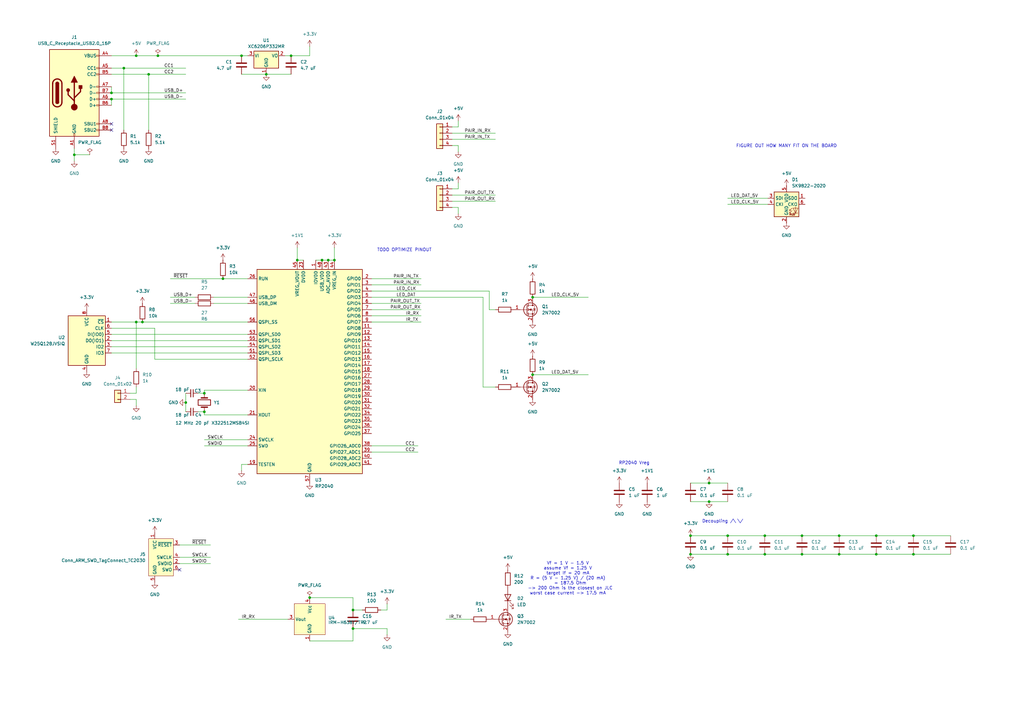
<source format=kicad_sch>
(kicad_sch (version 20231120) (generator "eeschema") (generator_version "8.0")
  (paper "A3")
  (lib_symbols
    (symbol "Connector:Conn_ARM_SWD_TagConnect_TC2030" (in_bom no)
      (property "Reference" "J" (at 2.54 11.43 0))
      (property "Value" "Conn_ARM_SWD_TagConnect_TC2030" (at 5.08 8.89 0))
      (symbol "Conn_ARM_SWD_TagConnect_TC2030_0_0"
        (pin power_in line (at -2.54 10.16 270) (length 2.54) (name "VCC") (number "1"))
        (pin bidirectional line (at 7.62 -2.54 180) (length 2.54) (name "SWDIO") (number "2"))
        (pin open_collector line (at 7.62 5.08 180) (length 2.54) (name "~{RESET}") (number "3"))
        (pin output line (at 7.62 0 180) (length 2.54) (name "SWCLK") (number "4"))
        (pin power_in line (at -2.54 -10.16 90) (length 2.54) (name "GND") (number "5"))
        (pin input line (at 7.62 -5.08 180) (length 2.54) (name "SWO") (number "6"))
      )
    )
    (symbol "Connector:USB_C_Receptacle_USB2.0_16P" (pin_names (offset 1.016))
      (property "Reference" "J" (at 0 22.225 0))
      (property "Value" "USB_C_Receptacle_USB2.0_16P" (at 0 19.685 0))
      (symbol "USB_C_Receptacle_USB2.0_16P_1_1"
        (pin passive line (at 0 -22.86 90) (length 5.08) (name "GND") (number "A1"))
        (pin passive line (at 0 -22.86 90) (length 5.08) hide (name "GND") (number "A12"))
        (pin passive line (at 15.24 15.24 180) (length 5.08) (name "VBUS") (number "A4"))
        (pin bidirectional line (at 15.24 10.16 180) (length 5.08) (name "CC1") (number "A5"))
        (pin bidirectional line (at 15.24 -2.54 180) (length 5.08) (name "D+") (number "A6"))
        (pin bidirectional line (at 15.24 2.54 180) (length 5.08) (name "D-") (number "A7"))
        (pin bidirectional line (at 15.24 -12.7 180) (length 5.08) (name "SBU1") (number "A8"))
        (pin passive line (at 15.24 15.24 180) (length 5.08) hide (name "VBUS") (number "A9"))
        (pin passive line (at 0 -22.86 90) (length 5.08) hide (name "GND") (number "B1"))
        (pin passive line (at 0 -22.86 90) (length 5.08) hide (name "GND") (number "B12"))
        (pin passive line (at 15.24 15.24 180) (length 5.08) hide (name "VBUS") (number "B4"))
        (pin bidirectional line (at 15.24 7.62 180) (length 5.08) (name "CC2") (number "B5"))
        (pin bidirectional line (at 15.24 -5.08 180) (length 5.08) (name "D+") (number "B6"))
        (pin bidirectional line (at 15.24 0 180) (length 5.08) (name "D-") (number "B7"))
        (pin bidirectional line (at 15.24 -15.24 180) (length 5.08) (name "SBU2") (number "B8"))
        (pin passive line (at 15.24 15.24 180) (length 5.08) hide (name "VBUS") (number "B9"))
        (pin passive line (at -7.62 -22.86 90) (length 5.08) (name "SHIELD") (number "S1"))
      )
    )
    (symbol "Connector_Generic:Conn_01x02" (pin_names (offset 1.016) hide)
      (property "Reference" "J" (at 0 2.54 0))
      (property "Value" "Conn_01x02" (at 0 -5.08 0))
      (symbol "Conn_01x02_1_1"
        (pin passive line (at -5.08 0 0) (length 3.81) (name "Pin_1") (number "1"))
        (pin passive line (at -5.08 -2.54 0) (length 3.81) (name "Pin_2") (number "2"))
      )
    )
    (symbol "Connector_Generic:Conn_01x04" (pin_names (offset 1.016) hide)
      (property "Reference" "J" (at 0 5.08 0))
      (property "Value" "Conn_01x04" (at 0 -7.62 0))
      (symbol "Conn_01x04_1_1"
        (pin passive line (at -5.08 2.54 0) (length 3.81) (name "Pin_1") (number "1"))
        (pin passive line (at -5.08 0 0) (length 3.81) (name "Pin_2") (number "2"))
        (pin passive line (at -5.08 -2.54 0) (length 3.81) (name "Pin_3") (number "3"))
        (pin passive line (at -5.08 -5.08 0) (length 3.81) (name "Pin_4") (number "4"))
      )
    )
    (symbol "Device:C" (pin_numbers hide) (pin_names (offset 0.254))
      (property "Reference" "C" (at 0.635 2.54 0))
      (property "Value" "C" (at 0.635 -2.54 0))
      (symbol "C_1_1"
        (pin passive line (at 0 3.81 270) (length 2.794) (name "~") (number "1"))
        (pin passive line (at 0 -3.81 90) (length 2.794) (name "~") (number "2"))
      )
    )
    (symbol "Device:C_Small" (pin_numbers hide) (pin_names (offset 0.254) hide)
      (property "Reference" "C" (at 0.254 1.778 0))
      (property "Value" "C_Small" (at 0.254 -2.032 0))
      (symbol "C_Small_1_1"
        (pin passive line (at 0 2.54 270) (length 2.032) (name "~") (number "1"))
        (pin passive line (at 0 -2.54 90) (length 2.032) (name "~") (number "2"))
      )
    )
    (symbol "Device:Crystal" (pin_numbers hide) (pin_names (offset 1.016) hide)
      (property "Reference" "Y" (at 0 3.81 0))
      (property "Value" "Crystal" (at 0 -3.81 0))
      (symbol "Crystal_1_1"
        (pin passive line (at -3.81 0 0) (length 1.27) (name "1") (number "1"))
        (pin passive line (at 3.81 0 180) (length 1.27) (name "2") (number "2"))
      )
    )
    (symbol "Device:LED" (pin_numbers hide) (pin_names (offset 1.016) hide)
      (property "Reference" "D" (at 0 2.54 0))
      (property "Value" "LED" (at 0 -2.54 0))
      (symbol "LED_1_1"
        (pin passive line (at -3.81 0 0) (length 2.54) (name "K") (number "1"))
        (pin passive line (at 3.81 0 180) (length 2.54) (name "A") (number "2"))
      )
    )
    (symbol "Device:R" (pin_numbers hide) (pin_names (offset 0))
      (property "Reference" "R" (at 2.032 0 90))
      (property "Value" "R" (at 0 0 90))
      (symbol "R_1_1"
        (pin passive line (at 0 3.81 270) (length 1.27) (name "~") (number "1"))
        (pin passive line (at 0 -3.81 90) (length 1.27) (name "~") (number "2"))
      )
    )
    (symbol "MCU_RaspberryPi:RP2040"
      (property "Reference" "U" (at 17.78 45.72 0))
      (property "Value" "RP2040" (at 17.78 43.18 0))
      (symbol "RP2040_1_1"
        (pin power_in line (at 2.54 45.72 270) (length 3.81) (name "IOVDD") (number "1"))
        (pin passive line (at 2.54 45.72 270) (length 3.81) hide (name "IOVDD") (number "10"))
        (pin bidirectional line (at 25.4 17.78 180) (length 3.81) (name "GPIO8") (number "11"))
        (pin bidirectional line (at 25.4 15.24 180) (length 3.81) (name "GPIO9") (number "12"))
        (pin bidirectional line (at 25.4 12.7 180) (length 3.81) (name "GPIO10") (number "13"))
        (pin bidirectional line (at 25.4 10.16 180) (length 3.81) (name "GPIO11") (number "14"))
        (pin bidirectional line (at 25.4 7.62 180) (length 3.81) (name "GPIO12") (number "15"))
        (pin bidirectional line (at 25.4 5.08 180) (length 3.81) (name "GPIO13") (number "16"))
        (pin bidirectional line (at 25.4 2.54 180) (length 3.81) (name "GPIO14") (number "17"))
        (pin bidirectional line (at 25.4 0 180) (length 3.81) (name "GPIO15") (number "18"))
        (pin input line (at -25.4 -38.1 0) (length 3.81) (name "TESTEN") (number "19"))
        (pin bidirectional line (at 25.4 38.1 180) (length 3.81) (name "GPIO0") (number "2"))
        (pin input line (at -25.4 -7.62 0) (length 3.81) (name "XIN") (number "20"))
        (pin passive line (at -25.4 -17.78 0) (length 3.81) (name "XOUT") (number "21"))
        (pin passive line (at 2.54 45.72 270) (length 3.81) hide (name "IOVDD") (number "22"))
        (pin power_in line (at -2.54 45.72 270) (length 3.81) (name "DVDD") (number "23"))
        (pin input line (at -25.4 -27.94 0) (length 3.81) (name "SWCLK") (number "24"))
        (pin bidirectional line (at -25.4 -30.48 0) (length 3.81) (name "SWD") (number "25"))
        (pin input line (at -25.4 38.1 0) (length 3.81) (name "RUN") (number "26"))
        (pin bidirectional line (at 25.4 -2.54 180) (length 3.81) (name "GPIO16") (number "27"))
        (pin bidirectional line (at 25.4 -5.08 180) (length 3.81) (name "GPIO17") (number "28"))
        (pin bidirectional line (at 25.4 -7.62 180) (length 3.81) (name "GPIO18") (number "29"))
        (pin bidirectional line (at 25.4 35.56 180) (length 3.81) (name "GPIO1") (number "3"))
        (pin bidirectional line (at 25.4 -10.16 180) (length 3.81) (name "GPIO19") (number "30"))
        (pin bidirectional line (at 25.4 -12.7 180) (length 3.81) (name "GPIO20") (number "31"))
        (pin bidirectional line (at 25.4 -15.24 180) (length 3.81) (name "GPIO21") (number "32"))
        (pin passive line (at 2.54 45.72 270) (length 3.81) hide (name "IOVDD") (number "33"))
        (pin bidirectional line (at 25.4 -17.78 180) (length 3.81) (name "GPIO22") (number "34"))
        (pin bidirectional line (at 25.4 -20.32 180) (length 3.81) (name "GPIO23") (number "35"))
        (pin bidirectional line (at 25.4 -22.86 180) (length 3.81) (name "GPIO24") (number "36"))
        (pin bidirectional line (at 25.4 -25.4 180) (length 3.81) (name "GPIO25") (number "37"))
        (pin bidirectional line (at 25.4 -30.48 180) (length 3.81) (name "GPIO26_ADC0") (number "38"))
        (pin bidirectional line (at 25.4 -33.02 180) (length 3.81) (name "GPIO27_ADC1") (number "39"))
        (pin bidirectional line (at 25.4 33.02 180) (length 3.81) (name "GPIO2") (number "4"))
        (pin bidirectional line (at 25.4 -35.56 180) (length 3.81) (name "GPIO28_ADC2") (number "40"))
        (pin bidirectional line (at 25.4 -38.1 180) (length 3.81) (name "GPIO29_ADC3") (number "41"))
        (pin passive line (at 2.54 45.72 270) (length 3.81) hide (name "IOVDD") (number "42"))
        (pin power_in line (at 7.62 45.72 270) (length 3.81) (name "ADC_AVDD") (number "43"))
        (pin power_in line (at 10.16 45.72 270) (length 3.81) (name "VREG_IN") (number "44"))
        (pin power_out line (at -5.08 45.72 270) (length 3.81) (name "VREG_VOUT") (number "45"))
        (pin bidirectional line (at -25.4 27.94 0) (length 3.81) (name "USB_DM") (number "46"))
        (pin bidirectional line (at -25.4 30.48 0) (length 3.81) (name "USB_DP") (number "47"))
        (pin power_in line (at 5.08 45.72 270) (length 3.81) (name "USB_VDD") (number "48"))
        (pin passive line (at 2.54 45.72 270) (length 3.81) hide (name "IOVDD") (number "49"))
        (pin bidirectional line (at 25.4 30.48 180) (length 3.81) (name "GPIO3") (number "5"))
        (pin passive line (at -2.54 45.72 270) (length 3.81) hide (name "DVDD") (number "50"))
        (pin bidirectional line (at -25.4 7.62 0) (length 3.81) (name "QSPI_SD3") (number "51"))
        (pin output line (at -25.4 5.08 0) (length 3.81) (name "QSPI_SCLK") (number "52"))
        (pin bidirectional line (at -25.4 15.24 0) (length 3.81) (name "QSPI_SD0") (number "53"))
        (pin bidirectional line (at -25.4 10.16 0) (length 3.81) (name "QSPI_SD2") (number "54"))
        (pin bidirectional line (at -25.4 12.7 0) (length 3.81) (name "QSPI_SD1") (number "55"))
        (pin bidirectional line (at -25.4 20.32 0) (length 3.81) (name "QSPI_SS") (number "56"))
        (pin power_in line (at 0 -45.72 90) (length 3.81) (name "GND") (number "57"))
        (pin bidirectional line (at 25.4 27.94 180) (length 3.81) (name "GPIO4") (number "6"))
        (pin bidirectional line (at 25.4 25.4 180) (length 3.81) (name "GPIO5") (number "7"))
        (pin bidirectional line (at 25.4 22.86 180) (length 3.81) (name "GPIO6") (number "8"))
        (pin bidirectional line (at 25.4 20.32 180) (length 3.81) (name "GPIO7") (number "9"))
      )
    )
    (symbol "Memory_Flash:W25Q128JVS"
      (property "Reference" "U" (at -8.89 8.89 0))
      (property "Value" "W25Q128JVS" (at 7.62 8.89 0))
      (symbol "W25Q128JVS_1_1"
        (pin input line (at -10.16 7.62 0) (length 2.54) (name "~{CS}") (number "1"))
        (pin bidirectional line (at -10.16 0 0) (length 2.54) (name "DO(IO1)") (number "2"))
        (pin bidirectional line (at -10.16 -2.54 0) (length 2.54) (name "IO2") (number "3"))
        (pin power_in line (at 0 -12.7 90) (length 2.54) (name "GND") (number "4"))
        (pin bidirectional line (at -10.16 2.54 0) (length 2.54) (name "DI(IO0)") (number "5"))
        (pin input line (at -10.16 5.08 0) (length 2.54) (name "CLK") (number "6"))
        (pin bidirectional line (at -10.16 -5.08 0) (length 2.54) (name "IO3") (number "7"))
        (pin power_in line (at 0 12.7 270) (length 2.54) (name "VCC") (number "8"))
      )
    )
    (symbol "Regulator_Linear:XC6206PxxxMR" (pin_names (offset 0.254))
      (property "Reference" "U" (at -3.81 3.175 0))
      (property "Value" "XC6206PxxxMR" (at 0 3.175 0))
      (symbol "XC6206PxxxMR_1_1"
        (pin power_in line (at 0 -7.62 90) (length 2.54) (name "GND") (number "1"))
        (pin power_out line (at 7.62 0 180) (length 2.54) (name "VO") (number "2"))
        (pin power_in line (at -7.62 0 0) (length 2.54) (name "VI") (number "3"))
      )
    )
    (symbol "Transistor_FET:2N7002" (pin_names hide)
      (property "Reference" "Q" (at 5.08 1.905 0))
      (property "Value" "2N7002" (at 5.08 0 0))
      (symbol "2N7002_1_1"
        (pin input line (at -5.08 0 0) (length 2.54) (name "G") (number "1"))
        (pin passive line (at 2.54 -5.08 90) (length 2.54) (name "S") (number "2"))
        (pin passive line (at 2.54 5.08 270) (length 2.54) (name "D") (number "3"))
      )
    )
    (symbol "custom_parts:IRM-H6xxT"
      (property "Reference" "U" (at -5.334 7.366 0))
      (symbol "IRM-H6xxT_1_1"
        (pin power_in line (at 0 -8.89 90) (length 2.54) (name "GND") (number "1"))
        (pin power_in line (at 0 -8.89 90) (length 2.54) hide (name "GND") (number "2"))
        (pin output line (at 8.89 0 180) (length 2.54) (name "Vout") (number "3"))
        (pin power_in line (at 0 8.89 270) (length 2.54) (name "Vcc") (number "4"))
      )
    )
    (symbol "custom_parts:SK9822-2020"
      (property "Reference" "D" (at 5.08 5.715 0))
      (property "Value" "SK9822-2020" (at 1.27 -5.715 0))
      (symbol "SK9822-2020_0_0"
        (text "RGB" (at 2.286 -4.191 0) (effects (font (size 0.762 0.762))))
      )
      (symbol "SK9822-2020_1_1"
        (pin output line (at 7.62 2.54 180) (length 2.54) (name "SDO") (number "1"))
        (pin power_in line (at 0 -7.62 90) (length 2.54) (name "GND") (number "2"))
        (pin input line (at -7.62 2.54 0) (length 2.54) (name "SDI") (number "3"))
        (pin input line (at -7.62 0 0) (length 2.54) (name "CKI") (number "4"))
        (pin power_in line (at 0 7.62 270) (length 2.54) (name "VDD") (number "5"))
        (pin output line (at 7.62 0 180) (length 2.54) (name "CKO") (number "6"))
      )
    )
    (symbol "power:+1V1" (power) (pin_numbers hide) (pin_names (offset 0) hide)
      (property "Value" "+1V1" (at 0 3.556 0))
      (symbol "+1V1_1_1"
        (pin power_in line (at 0 0 90) (length 0) (name "~") (number "1"))
      )
    )
    (symbol "power:+3.3V" (power) (pin_numbers hide) (pin_names (offset 0) hide)
      (property "Value" "+3.3V" (at 0 3.556 0))
      (symbol "+3.3V_1_1"
        (pin power_in line (at 0 0 90) (length 0) (name "~") (number "1"))
      )
    )
    (symbol "power:+5V" (power) (pin_numbers hide) (pin_names (offset 0) hide)
      (property "Value" "+5V" (at 0 3.556 0))
      (symbol "+5V_1_1"
        (pin power_in line (at 0 0 90) (length 0) (name "~") (number "1"))
      )
    )
    (symbol "power:GND" (power) (pin_numbers hide) (pin_names (offset 0) hide)
      (property "Value" "GND" (at 0 -3.81 0))
      (symbol "GND_1_1"
        (pin power_in line (at 0 0 270) (length 0) (name "~") (number "1"))
      )
    )
    (symbol "power:PWR_FLAG" (power) (pin_numbers hide) (pin_names (offset 0) hide)
      (property "Value" "PWR_FLAG" (at 0 3.81 0))
      (symbol "PWR_FLAG_0_0"
        (pin power_out line (at 0 0 90) (length 0) (name "~") (number "1"))
      )
    )
  )
  (junction (at 50.8 27.94))
  (junction (at 132.08 106.68))
  (junction (at 76.2 165.1))
  (junction (at 144.78 257.81))
  (junction (at 344.17 227.33))
  (junction (at 45.72 38.1))
  (junction (at 58.42 132.08))
  (junction (at 218.44 121.92))
  (junction (at 119.38 22.86))
  (junction (at 109.22 30.48))
  (junction (at 134.62 106.68))
  (junction (at 91.44 114.3))
  (junction (at 344.17 219.71))
  (junction (at 374.65 227.33))
  (junction (at 359.41 227.33))
  (junction (at 290.83 205.74))
  (junction (at 55.88 22.86))
  (junction (at 328.93 227.33))
  (junction (at 328.93 219.71))
  (junction (at 127 245.11))
  (junction (at 83.82 168.91))
  (junction (at 30.48 63.5))
  (junction (at 313.69 227.33))
  (junction (at 60.96 30.48))
  (junction (at 144.78 250.19))
  (junction (at 374.65 219.71))
  (junction (at 359.41 219.71))
  (junction (at 283.21 219.71))
  (junction (at 283.21 227.33))
  (junction (at 55.88 132.08))
  (junction (at 298.45 227.33))
  (junction (at 313.69 219.71))
  (junction (at 121.92 106.68))
  (junction (at 137.16 106.68))
  (junction (at 218.44 153.67))
  (junction (at 45.72 40.64))
  (junction (at 83.82 161.29))
  (junction (at 290.83 198.12))
  (junction (at 64.77 22.86))
  (junction (at 298.45 219.71))
  (junction (at 99.06 22.86))
  (no_connect (at 45.72 50.8))
  (no_connect (at 45.72 53.34))
  (no_connect (at 73.66 233.68))
  (wire (pts (xy 83.82 160.02) (xy 83.82 161.29)))
  (wire (pts (xy 132.08 106.68) (xy 134.62 106.68)))
  (wire (pts (xy 283.21 227.33) (xy 298.45 227.33)))
  (wire (pts (xy 298.45 227.33) (xy 313.69 227.33)))
  (wire (pts (xy 83.82 161.29) (xy 81.28 161.29)))
  (wire (pts (xy 158.75 250.19) (xy 158.75 247.65)))
  (wire (pts (xy 187.96 87.63) (xy 187.96 85.09)))
  (wire (pts (xy 87.63 121.92) (xy 101.6 121.92)))
  (wire (pts (xy 283.21 198.12) (xy 290.83 198.12)))
  (wire (pts (xy 99.06 193.04) (xy 99.06 190.5)))
  (wire (pts (xy 283.21 205.74) (xy 290.83 205.74)))
  (wire (pts (xy 45.72 142.24) (xy 101.6 142.24)))
  (wire (pts (xy 83.82 182.88) (xy 101.6 182.88)))
  (wire (pts (xy 198.12 121.92) (xy 198.12 158.75)))
  (wire (pts (xy 187.96 85.09) (xy 185.42 85.09)))
  (wire (pts (xy 45.72 40.64) (xy 76.2 40.64)))
  (wire (pts (xy 200.66 119.38) (xy 200.66 127)))
  (wire (pts (xy 69.85 124.46) (xy 80.01 124.46)))
  (wire (pts (xy 198.12 158.75) (xy 203.2 158.75)))
  (wire (pts (xy 69.85 114.3) (xy 91.44 114.3)))
  (wire (pts (xy 63.5 134.62) (xy 63.5 147.32)))
  (wire (pts (xy 185.42 80.01) (xy 203.2 80.01)))
  (wire (pts (xy 144.78 257.81) (xy 158.75 257.81)))
  (wire (pts (xy 73.66 223.52) (xy 86.36 223.52)))
  (wire (pts (xy 119.38 22.86) (xy 116.84 22.86)))
  (wire (pts (xy 45.72 139.7) (xy 101.6 139.7)))
  (wire (pts (xy 97.79 254) (xy 118.11 254)))
  (wire (pts (xy 313.69 227.33) (xy 328.93 227.33)))
  (wire (pts (xy 218.44 153.67) (xy 241.3 153.67)))
  (wire (pts (xy 185.42 77.47) (xy 187.96 77.47)))
  (wire (pts (xy 152.4 185.42) (xy 171.45 185.42)))
  (wire (pts (xy 152.4 124.46) (xy 172.72 124.46)))
  (wire (pts (xy 55.88 22.86) (xy 64.77 22.86)))
  (wire (pts (xy 60.96 30.48) (xy 76.2 30.48)))
  (wire (pts (xy 152.4 182.88) (xy 171.45 182.88)))
  (wire (pts (xy 152.4 132.08) (xy 172.72 132.08)))
  (wire (pts (xy 290.83 205.74) (xy 298.45 205.74)))
  (wire (pts (xy 187.96 59.69) (xy 185.42 59.69)))
  (wire (pts (xy 91.44 114.3) (xy 101.6 114.3)))
  (wire (pts (xy 50.8 27.94) (xy 50.8 53.34)))
  (wire (pts (xy 45.72 22.86) (xy 55.88 22.86)))
  (wire (pts (xy 185.42 54.61) (xy 203.2 54.61)))
  (wire (pts (xy 30.48 63.5) (xy 30.48 60.96)))
  (wire (pts (xy 73.66 228.6) (xy 86.36 228.6)))
  (wire (pts (xy 185.42 57.15) (xy 203.2 57.15)))
  (wire (pts (xy 374.65 227.33) (xy 389.89 227.33)))
  (wire (pts (xy 127 245.11) (xy 144.78 245.11)))
  (wire (pts (xy 45.72 30.48) (xy 60.96 30.48)))
  (wire (pts (xy 87.63 124.46) (xy 101.6 124.46)))
  (wire (pts (xy 137.16 101.6) (xy 137.16 106.68)))
  (wire (pts (xy 45.72 137.16) (xy 101.6 137.16)))
  (wire (pts (xy 55.88 132.08) (xy 58.42 132.08)))
  (wire (pts (xy 328.93 219.71) (xy 344.17 219.71)))
  (wire (pts (xy 45.72 35.56) (xy 45.72 38.1)))
  (wire (pts (xy 129.54 106.68) (xy 132.08 106.68)))
  (wire (pts (xy 187.96 62.23) (xy 187.96 59.69)))
  (wire (pts (xy 290.83 198.12) (xy 298.45 198.12)))
  (wire (pts (xy 63.5 147.32) (xy 101.6 147.32)))
  (wire (pts (xy 53.34 161.29) (xy 55.88 161.29)))
  (wire (pts (xy 200.66 127) (xy 203.2 127)))
  (wire (pts (xy 73.66 231.14) (xy 86.36 231.14)))
  (wire (pts (xy 328.93 227.33) (xy 344.17 227.33)))
  (wire (pts (xy 83.82 168.91) (xy 81.28 168.91)))
  (wire (pts (xy 45.72 38.1) (xy 76.2 38.1)))
  (wire (pts (xy 55.88 163.83) (xy 55.88 166.37)))
  (wire (pts (xy 144.78 250.19) (xy 148.59 250.19)))
  (wire (pts (xy 99.06 190.5) (xy 101.6 190.5)))
  (wire (pts (xy 359.41 227.33) (xy 374.65 227.33)))
  (wire (pts (xy 218.44 121.92) (xy 241.3 121.92)))
  (wire (pts (xy 152.4 129.54) (xy 172.72 129.54)))
  (wire (pts (xy 298.45 81.28) (xy 314.96 81.28)))
  (wire (pts (xy 101.6 170.18) (xy 83.82 170.18)))
  (wire (pts (xy 101.6 160.02) (xy 83.82 160.02)))
  (wire (pts (xy 30.48 63.5) (xy 36.83 63.5)))
  (wire (pts (xy 313.69 219.71) (xy 328.93 219.71)))
  (wire (pts (xy 45.72 132.08) (xy 55.88 132.08)))
  (wire (pts (xy 283.21 219.71) (xy 298.45 219.71)))
  (wire (pts (xy 121.92 101.6) (xy 121.92 106.68)))
  (wire (pts (xy 156.21 250.19) (xy 158.75 250.19)))
  (wire (pts (xy 45.72 134.62) (xy 63.5 134.62)))
  (wire (pts (xy 144.78 245.11) (xy 144.78 250.19)))
  (wire (pts (xy 185.42 82.55) (xy 203.2 82.55)))
  (wire (pts (xy 99.06 30.48) (xy 109.22 30.48)))
  (wire (pts (xy 187.96 52.07) (xy 185.42 52.07)))
  (wire (pts (xy 158.75 257.81) (xy 158.75 260.35)))
  (wire (pts (xy 374.65 219.71) (xy 389.89 219.71)))
  (wire (pts (xy 69.85 121.92) (xy 80.01 121.92)))
  (wire (pts (xy 187.96 77.47) (xy 187.96 74.93)))
  (wire (pts (xy 30.48 66.04) (xy 30.48 63.5)))
  (wire (pts (xy 152.4 121.92) (xy 198.12 121.92)))
  (wire (pts (xy 298.45 219.71) (xy 313.69 219.71)))
  (wire (pts (xy 152.4 114.3) (xy 172.72 114.3)))
  (wire (pts (xy 50.8 27.94) (xy 76.2 27.94)))
  (wire (pts (xy 55.88 132.08) (xy 55.88 151.13)))
  (wire (pts (xy 182.88 254) (xy 193.04 254)))
  (wire (pts (xy 344.17 227.33) (xy 359.41 227.33)))
  (wire (pts (xy 152.4 116.84) (xy 172.72 116.84)))
  (wire (pts (xy 152.4 127) (xy 172.72 127)))
  (wire (pts (xy 99.06 22.86) (xy 101.6 22.86)))
  (wire (pts (xy 76.2 165.1) (xy 76.2 168.91)))
  (wire (pts (xy 344.17 219.71) (xy 359.41 219.71)))
  (wire (pts (xy 45.72 40.64) (xy 45.72 43.18)))
  (wire (pts (xy 127 22.86) (xy 119.38 22.86)))
  (wire (pts (xy 298.45 83.82) (xy 314.96 83.82)))
  (wire (pts (xy 127 19.05) (xy 127 22.86)))
  (wire (pts (xy 55.88 161.29) (xy 55.88 158.75)))
  (wire (pts (xy 187.96 49.53) (xy 187.96 52.07)))
  (wire (pts (xy 45.72 27.94) (xy 50.8 27.94)))
  (wire (pts (xy 53.34 163.83) (xy 55.88 163.83)))
  (wire (pts (xy 152.4 119.38) (xy 200.66 119.38)))
  (wire (pts (xy 45.72 144.78) (xy 101.6 144.78)))
  (wire (pts (xy 144.78 262.89) (xy 144.78 257.81)))
  (wire (pts (xy 64.77 22.86) (xy 99.06 22.86)))
  (wire (pts (xy 127 262.89) (xy 144.78 262.89)))
  (wire (pts (xy 134.62 106.68) (xy 137.16 106.68)))
  (wire (pts (xy 83.82 180.34) (xy 101.6 180.34)))
  (wire (pts (xy 76.2 161.29) (xy 76.2 165.1)))
  (wire (pts (xy 109.22 30.48) (xy 119.38 30.48)))
  (wire (pts (xy 359.41 219.71) (xy 374.65 219.71)))
  (wire (pts (xy 58.42 132.08) (xy 101.6 132.08)))
  (wire (pts (xy 60.96 30.48) (xy 60.96 53.34)))
  (wire (pts (xy 121.92 106.68) (xy 124.46 106.68)))
  (wire (pts (xy 83.82 170.18) (xy 83.82 168.91)))
  (text "TODO OPTIMIZE PINOUT" (at 165.862 102.616 0) (effects (font (size 1.27 1.27))))
  (text "Vf = 1 V - 1.5 V\nassume Vf = 1.25 V\ntarget If = 20 mA\nR = (5 V - 1.25 V) / (20 mA)\n  = 187.5 Ohm\n  -> 200 Ohm is the closest on JLC\nworst case current -> 17.5 mA" (at 232.918 237.236 0) (effects (font (size 1.27 1.27))))
  (text "RP2040 Vreg" (at 260.096 189.992 0) (effects (font (size 1.27 1.27))))
  (text "Decoupling /\\ \\/" (at 296.418 213.868 0) (effects (font (size 1.27 1.27))))
  (text "FIGURE OUT HOW MANY FIT ON THE BOARD" (at 322.58 59.944 0) (effects (font (size 1.27 1.27))))
  (label "LED_CLK" (at 162.56 119.38 0))
  (label "PAIR_OUT_RX" (at 160.02 127 0))
  (label "LED_DAT_5V" (at 299.72 81.28 0))
  (label "~{RESET}" (at 71.12 114.3 0))
  (label "IR_RX" (at 166.37 129.54 0))
  (label "PAIR_IN_TX" (at 190.5 57.15 0))
  (label "PAIR_IN_RX" (at 190.5 54.61 0))
  (label "IR_TX" (at 184.15 254 0))
  (label "SWCLK" (at 78.74 228.6 0))
  (label "CC1" (at 67.31 27.94 0))
  (label "SWDIO" (at 85.09 182.88 0))
  (label "LED_DAT" (at 162.56 121.92 0))
  (label "PAIR_OUT_RX" (at 190.5 82.55 0))
  (label "PAIR_OUT_TX" (at 190.5 80.01 0))
  (label "IR_TX" (at 166.37 132.08 0))
  (label "CC1" (at 170.18 182.88 180))
  (label "USB_D-" (at 71.12 124.46 0))
  (label "USB_D+" (at 71.12 121.92 0))
  (label "PAIR_IN_TX" (at 161.29 114.3 0))
  (label "~{RESET}" (at 78.74 223.52 0))
  (label "USB_D-" (at 67.31 40.64 0))
  (label "CC2" (at 67.31 30.48 0))
  (label "PAIR_IN_RX" (at 161.29 116.84 0))
  (label "LED_CLK_5V" (at 226.06 121.92 0))
  (label "CC2" (at 170.18 185.42 180))
  (label "PAIR_OUT_TX" (at 160.02 124.46 0))
  (label "USB_D+" (at 67.31 38.1 0))
  (label "LED_DAT_5V" (at 226.06 153.67 0))
  (label "LED_CLK_5V" (at 299.72 83.82 0))
  (label "IR_RX" (at 99.06 254 0))
  (label "SWDIO" (at 78.74 231.14 0))
  (label "SWCLK" (at 85.09 180.34 0))
  (symbol (lib_id "custom_parts:SK9822-2020") (at 322.58 83.82 0) (unit 1)
    (property "Reference" "D1" (at 324.7741 73.66 0) (effects (justify left)))
    (property "Value" "SK9822-2020" (at 324.7741 76.2 0) (effects (justify left)))
    (property "Footprint" "custom_parts:LED-SK9822-2020" (effects (hide yes)))
    (property "Description" "RGB LED with integrated controller" (effects (hide yes)))
    (property "LCSC" "C2909059" (effects (hide yes)))
  )
  (symbol (lib_id "Device:R") (at 208.28 237.49 0) (unit 1)
    (property "Reference" "R12" (at 210.82 236.2199 0) (effects (justify left)))
    (property "Value" "200" (at 210.82 238.7599 0) (effects (justify left)))
    (property "Footprint" "Resistor_SMD:R_0603_1608Metric" (effects (hide yes)))
    (property "Description" "Resistor" (effects (hide yes)))
    (property "LCSC" "C8218" (effects (hide yes)))
  )
  (symbol (lib_id "Device:R") (at 91.44 110.49 0) (unit 1)
    (property "Reference" "R3" (at 93.98 109.2199 0) (effects (justify left)))
    (property "Value" "10k" (at 93.98 111.7599 0) (effects (justify left)))
    (property "Footprint" "Resistor_SMD:R_0402_1005Metric" (effects (hide yes)))
    (property "Description" "Resistor" (effects (hide yes)))
    (property "LCSC" "C25744" (effects (hide yes)))
  )
  (symbol (lib_id "power:GND") (at 76.2 165.1 270) (unit 1)
    (property "Reference" "#PWR024" (effects (hide yes)))
    (property "Value" "GND" (at 71.12 165.1 90))
    (property "Description" "Power symbol creates a global label with name \"GND\" , ground" (effects (hide yes)))
  )
  (symbol (lib_id "power:GND") (at 30.48 66.04 0) (unit 1)
    (property "Reference" "#PWR09" (effects (hide yes)))
    (property "Value" "GND" (at 30.48 71.12 0))
    (property "Description" "Power symbol creates a global label with name \"GND\" , ground" (effects (hide yes)))
  )
  (symbol (lib_id "Device:C") (at 144.78 254 0) (unit 1)
    (property "Reference" "C16" (at 148.59 252.7299 0) (effects (justify left)))
    (property "Value" "4.7 uF" (at 148.59 255.2699 0) (effects (justify left)))
    (property "Footprint" "Capacitor_SMD:C_0402_1005Metric" (effects (hide yes)))
    (property "Description" "Unpolarized capacitor" (effects (hide yes)))
    (property "LCSC" "C23733" (effects (hide yes)))
  )
  (symbol (lib_id "power:GND") (at 63.5 238.76 0) (unit 1)
    (property "Reference" "#PWR038" (effects (hide yes)))
    (property "Value" "GND" (at 63.5 243.84 0))
    (property "Description" "Power symbol creates a global label with name \"GND\" , ground" (effects (hide yes)))
  )
  (symbol (lib_id "Device:C") (at 344.17 223.52 0) (unit 1)
    (property "Reference" "C13" (at 347.98 222.2499 0) (effects (justify left)))
    (property "Value" "0.1 uF" (at 347.98 224.7899 0) (effects (justify left)))
    (property "Footprint" "Capacitor_SMD:C_0402_1005Metric" (effects (hide yes)))
    (property "Description" "Unpolarized capacitor" (effects (hide yes)))
    (property "LCSC" "C1525" (effects (hide yes)))
  )
  (symbol (lib_id "power:+3.3V") (at 158.75 247.65 0) (unit 1)
    (property "Reference" "#PWR039" (effects (hide yes)))
    (property "Value" "+3.3V" (at 158.75 242.57 0))
    (property "Description" "Power symbol creates a global label with name \"+3.3V\"" (effects (hide yes)))
  )
  (symbol (lib_id "power:GND") (at 208.28 259.08 0) (unit 1)
    (property "Reference" "#PWR040" (effects (hide yes)))
    (property "Value" "GND" (at 208.28 264.16 0))
    (property "Description" "Power symbol creates a global label with name \"GND\" , ground" (effects (hide yes)))
  )
  (symbol (lib_id "power:+3.3V") (at 254 198.12 0) (unit 1)
    (property "Reference" "#PWR028" (effects (hide yes)))
    (property "Value" "+3.3V" (at 254 193.04 0))
    (property "Description" "Power symbol creates a global label with name \"+3.3V\"" (effects (hide yes)))
  )
  (symbol (lib_id "power:GND") (at 158.75 260.35 0) (unit 1)
    (property "Reference" "#PWR041" (effects (hide yes)))
    (property "Value" "GND" (at 158.75 265.43 0))
    (property "Description" "Power symbol creates a global label with name \"GND\" , ground" (effects (hide yes)))
  )
  (symbol (lib_id "power:+5V") (at 187.96 74.93 0) (unit 1)
    (property "Reference" "#PWR010" (effects (hide yes)))
    (property "Value" "+5V" (at 187.96 69.85 0))
    (property "Description" "Power symbol creates a global label with name \"+5V\"" (effects (hide yes)))
  )
  (symbol (lib_id "power:GND") (at 283.21 227.33 0) (unit 1)
    (property "Reference" "#PWR036" (effects (hide yes)))
    (property "Value" "GND" (at 283.21 232.41 0))
    (property "Description" "Power symbol creates a global label with name \"GND\" , ground" (effects (hide yes)))
  )
  (symbol (lib_id "Device:R") (at 50.8 57.15 0) (unit 1)
    (property "Reference" "R1" (at 53.34 55.8799 0) (effects (justify left)))
    (property "Value" "5.1k" (at 53.34 58.4199 0) (effects (justify left)))
    (property "Footprint" "Resistor_SMD:R_0402_1005Metric" (effects (hide yes)))
    (property "Description" "Resistor" (effects (hide yes)))
    (property "LCSC" "C25905" (effects (hide yes)))
  )
  (symbol (lib_id "Device:R") (at 83.82 124.46 90) (mirror x) (unit 1)
    (property "Reference" "R6" (at 83.82 130.81 90))
    (property "Value" "27" (at 83.82 128.27 90))
    (property "Footprint" "Resistor_SMD:R_0603_1608Metric" (effects (hide yes)))
    (property "Description" "Resistor" (effects (hide yes)))
    (property "LCSC" "C25190" (effects (hide yes)))
  )
  (symbol (lib_id "Device:R") (at 196.85 254 90) (unit 1)
    (property "Reference" "R14" (at 196.85 247.65 90))
    (property "Value" "1k" (at 196.85 250.19 90))
    (property "Footprint" "Resistor_SMD:R_0402_1005Metric" (effects (hide yes)))
    (property "Description" "Resistor" (effects (hide yes)))
    (property "LCSC" "C11702" (effects (hide yes)))
  )
  (symbol (lib_id "Device:C") (at 265.43 201.93 0) (unit 1)
    (property "Reference" "C6" (at 269.24 200.6599 0) (effects (justify left)))
    (property "Value" "1 uF" (at 269.24 203.1999 0) (effects (justify left)))
    (property "Footprint" "Capacitor_SMD:C_0603_1608Metric" (effects (hide yes)))
    (property "Description" "Unpolarized capacitor" (effects (hide yes)))
    (property "LCSC" "C15849" (effects (hide yes)))
  )
  (symbol (lib_id "power:+3.3V") (at 127 19.05 0) (unit 1)
    (property "Reference" "#PWR01" (effects (hide yes)))
    (property "Value" "+3.3V" (at 127 13.97 0))
    (property "Description" "Power symbol creates a global label with name \"+3.3V\"" (effects (hide yes)))
  )
  (symbol (lib_id "power:GND") (at 60.96 60.96 0) (unit 1)
    (property "Reference" "#PWR07" (effects (hide yes)))
    (property "Value" "GND" (at 60.96 66.04 0))
    (property "Description" "Power symbol creates a global label with name \"GND\" , ground" (effects (hide yes)))
  )
  (symbol (lib_id "power:+5V") (at 322.58 76.2 0) (unit 1)
    (property "Reference" "#PWR011" (effects (hide yes)))
    (property "Value" "+5V" (at 322.58 71.12 0))
    (property "Description" "Power symbol creates a global label with name \"+5V\"" (effects (hide yes)))
  )
  (symbol (lib_id "power:GND") (at 187.96 87.63 0) (unit 1)
    (property "Reference" "#PWR012" (effects (hide yes)))
    (property "Value" "GND" (at 187.96 92.71 0))
    (property "Description" "Power symbol creates a global label with name \"GND\" , ground" (effects (hide yes)))
  )
  (symbol (lib_id "Device:R") (at 207.01 127 90) (unit 1)
    (property "Reference" "R7" (at 207.01 120.65 90))
    (property "Value" "1k" (at 207.01 123.19 90))
    (property "Footprint" "Resistor_SMD:R_0402_1005Metric" (effects (hide yes)))
    (property "Description" "Resistor" (effects (hide yes)))
    (property "LCSC" "C11702" (effects (hide yes)))
  )
  (symbol (lib_id "power:GND") (at 99.06 193.04 0) (unit 1)
    (property "Reference" "#PWR026" (effects (hide yes)))
    (property "Value" "GND" (at 99.06 198.12 0))
    (property "Description" "Power symbol creates a global label with name \"GND\" , ground" (effects (hide yes)))
  )
  (symbol (lib_id "power:+3.3V") (at 35.56 127 0) (unit 1)
    (property "Reference" "#PWR019" (effects (hide yes)))
    (property "Value" "+3.3V" (at 35.56 121.92 0))
    (property "Description" "Power symbol creates a global label with name \"+3.3V\"" (effects (hide yes)))
  )
  (symbol (lib_id "power:GND") (at 127 198.12 0) (unit 1)
    (property "Reference" "#PWR027" (effects (hide yes)))
    (property "Value" "GND" (at 127 203.2 0))
    (property "Description" "Power symbol creates a global label with name \"GND\" , ground" (effects (hide yes)))
  )
  (symbol (lib_id "Connector:USB_C_Receptacle_USB2.0_16P") (at 30.48 38.1 0) (unit 1)
    (property "Reference" "J1" (at 30.48 15.24 0))
    (property "Value" "USB_C_Receptacle_USB2.0_16P" (at 30.48 17.78 0))
    (property "Footprint" "Connector_USB:USB_C_Receptacle_GCT_USB4105-xx-A_16P_TopMnt_Horizontal" (effects (hide yes)))
    (property "Datasheet" "https://www.usb.org/sites/default/files/documents/usb_type-c.zip" (effects (hide yes)))
    (property "Description" "USB 2.0-only 16P Type-C Receptacle connector" (effects (hide yes)))
    (property "LCSC" "C2765186" (effects (hide yes)))
  )
  (symbol (lib_id "power:GND") (at 254 205.74 0) (unit 1)
    (property "Reference" "#PWR031" (effects (hide yes)))
    (property "Value" "GND" (at 254 210.82 0))
    (property "Description" "Power symbol creates a global label with name \"GND\" , ground" (effects (hide yes)))
  )
  (symbol (lib_id "power:+3.3V") (at 137.16 101.6 0) (unit 1)
    (property "Reference" "#PWR015" (effects (hide yes)))
    (property "Value" "+3.3V" (at 137.16 96.52 0))
    (property "Description" "Power symbol creates a global label with name \"+3.3V\"" (effects (hide yes)))
  )
  (symbol (lib_id "power:PWR_FLAG") (at 127 245.11 0) (unit 1)
    (property "Reference" "#FLG03" (effects (hide yes)))
    (property "Value" "PWR_FLAG" (at 127 240.03 0))
    (property "Description" "Special symbol for telling ERC where power comes from" (effects (hide yes)))
  )
  (symbol (lib_id "Device:R") (at 218.44 118.11 0) (unit 1)
    (property "Reference" "R4" (at 220.98 116.8399 0) (effects (justify left)))
    (property "Value" "1k" (at 220.98 119.3799 0) (effects (justify left)))
    (property "Footprint" "Resistor_SMD:R_0402_1005Metric" (effects (hide yes)))
    (property "Description" "Resistor" (effects (hide yes)))
    (property "LCSC" "C11702" (effects (hide yes)))
  )
  (symbol (lib_id "Device:C") (at 359.41 223.52 0) (unit 1)
    (property "Reference" "C14" (at 363.22 222.2499 0) (effects (justify left)))
    (property "Value" "0.1 uF" (at 363.22 224.7899 0) (effects (justify left)))
    (property "Footprint" "Capacitor_SMD:C_0402_1005Metric" (effects (hide yes)))
    (property "Description" "Unpolarized capacitor" (effects (hide yes)))
    (property "LCSC" "C1525" (effects (hide yes)))
  )
  (symbol (lib_id "Device:C") (at 283.21 201.93 0) (unit 1)
    (property "Reference" "C7" (at 287.02 200.6599 0) (effects (justify left)))
    (property "Value" "0.1 uF" (at 287.02 203.1999 0) (effects (justify left)))
    (property "Footprint" "Capacitor_SMD:C_0402_1005Metric" (effects (hide yes)))
    (property "Description" "Unpolarized capacitor" (effects (hide yes)))
    (property "LCSC" "C1525" (effects (hide yes)))
  )
  (symbol (lib_id "power:+5V") (at 55.88 22.86 0) (unit 1)
    (property "Reference" "#PWR02" (effects (hide yes)))
    (property "Value" "+5V" (at 55.88 17.78 0))
    (property "Description" "Power symbol creates a global label with name \"+5V\"" (effects (hide yes)))
  )
  (symbol (lib_id "Connector_Generic:Conn_01x02") (at 48.26 161.29 0) (mirror y) (unit 1)
    (property "Reference" "J4" (at 48.26 154.94 0))
    (property "Value" "Conn_01x02" (at 48.26 157.48 0))
    (property "Footprint" "Connector_PinHeader_1.27mm:PinHeader_1x02_P1.27mm_Vertical" (effects (hide yes)))
    (property "Description" "Generic connector, single row, 01x02, script generated (kicad-library-utils/schlib/autogen/connector/)" (effects (hide yes)))
  )
  (symbol (lib_id "power:PWR_FLAG") (at 36.83 63.5 0) (unit 1)
    (property "Reference" "#FLG02" (effects (hide yes)))
    (property "Value" "PWR_FLAG" (at 36.83 58.42 0))
    (property "Description" "Special symbol for telling ERC where power comes from" (effects (hide yes)))
  )
  (symbol (lib_id "Device:R") (at 218.44 149.86 0) (unit 1)
    (property "Reference" "R9" (at 220.98 148.5899 0) (effects (justify left)))
    (property "Value" "1k" (at 220.98 151.1299 0) (effects (justify left)))
    (property "Footprint" "Resistor_SMD:R_0402_1005Metric" (effects (hide yes)))
    (property "Description" "Resistor" (effects (hide yes)))
    (property "LCSC" "C11702" (effects (hide yes)))
  )
  (symbol (lib_id "Device:C") (at 328.93 223.52 0) (unit 1)
    (property "Reference" "C12" (at 332.74 222.2499 0) (effects (justify left)))
    (property "Value" "0.1 uF" (at 332.74 224.7899 0) (effects (justify left)))
    (property "Footprint" "Capacitor_SMD:C_0402_1005Metric" (effects (hide yes)))
    (property "Description" "Unpolarized capacitor" (effects (hide yes)))
    (property "LCSC" "C1525" (effects (hide yes)))
  )
  (symbol (lib_id "Device:C") (at 374.65 223.52 0) (unit 1)
    (property "Reference" "C15" (at 378.46 222.2499 0) (effects (justify left)))
    (property "Value" "0.1 uF" (at 378.46 224.7899 0) (effects (justify left)))
    (property "Footprint" "Capacitor_SMD:C_0402_1005Metric" (effects (hide yes)))
    (property "Description" "Unpolarized capacitor" (effects (hide yes)))
    (property "LCSC" "C1525" (effects (hide yes)))
  )
  (symbol (lib_id "Transistor_FET:2N7002") (at 215.9 127 0) (unit 1)
    (property "Reference" "Q1" (at 222.25 125.7299 0) (effects (justify left)))
    (property "Value" "2N7002" (at 222.25 128.2699 0) (effects (justify left)))
    (property "Footprint" "Package_TO_SOT_SMD:SOT-23" (effects (hide yes)))
    (property "Datasheet" "https://www.onsemi.com/pub/Collateral/NDS7002A-D.PDF" (effects (hide yes)))
    (property "Description" "0.115A Id, 60V Vds, N-Channel MOSFET, SOT-23" (effects (hide yes)))
    (property "LCSC" "C7420321" (effects (hide yes)))
  )
  (symbol (lib_id "Memory_Flash:W25Q128JVS") (at 35.56 139.7 0) (mirror y) (unit 1)
    (property "Reference" "U2" (at 26.67 138.4299 0) (effects (justify left)))
    (property "Value" "W25Q128JVSIQ" (at 26.67 140.9699 0) (effects (justify left)))
    (property "Footprint" "Package_SO:SOIC-8_5.23x5.23mm_P1.27mm" (effects (hide yes)))
    (property "Datasheet" "http://www.winbond.com/resource-files/w25q128jv_dtr%20revc%2003272018%20plus.pdf" (effects (hide yes)))
    (property "Description" "128Mb Serial Flash Memory, Standard/Dual/Quad SPI, SOIC-8" (effects (hide yes)))
    (property "LCSC" "C97521" (effects (hide yes)))
  )
  (symbol (lib_id "Device:C") (at 254 201.93 0) (unit 1)
    (property "Reference" "C5" (at 257.81 200.6599 0) (effects (justify left)))
    (property "Value" "1 uF" (at 257.81 203.1999 0) (effects (justify left)))
    (property "Footprint" "Capacitor_SMD:C_0603_1608Metric" (effects (hide yes)))
    (property "Description" "Unpolarized capacitor" (effects (hide yes)))
    (property "LCSC" "C15849" (effects (hide yes)))
  )
  (symbol (lib_id "Transistor_FET:2N7002") (at 205.74 254 0) (unit 1)
    (property "Reference" "Q3" (at 212.09 252.7299 0) (effects (justify left)))
    (property "Value" "2N7002" (at 212.09 255.2699 0) (effects (justify left)))
    (property "Footprint" "Package_TO_SOT_SMD:SOT-23" (effects (hide yes)))
    (property "Datasheet" "https://www.onsemi.com/pub/Collateral/NDS7002A-D.PDF" (effects (hide yes)))
    (property "Description" "0.115A Id, 60V Vds, N-Channel MOSFET, SOT-23" (effects (hide yes)))
    (property "LCSC" "C7420321" (effects (hide yes)))
  )
  (symbol (lib_id "Device:C") (at 298.45 201.93 0) (unit 1)
    (property "Reference" "C8" (at 302.26 200.6599 0) (effects (justify left)))
    (property "Value" "0.1 uF" (at 302.26 203.1999 0) (effects (justify left)))
    (property "Footprint" "Capacitor_SMD:C_0402_1005Metric" (effects (hide yes)))
    (property "Description" "Unpolarized capacitor" (effects (hide yes)))
    (property "LCSC" "C1525" (effects (hide yes)))
  )
  (symbol (lib_id "Device:R") (at 55.88 154.94 0) (unit 1)
    (property "Reference" "R10" (at 58.42 153.6699 0) (effects (justify left)))
    (property "Value" "1k" (at 58.42 156.2099 0) (effects (justify left)))
    (property "Footprint" "Resistor_SMD:R_0402_1005Metric" (effects (hide yes)))
    (property "Description" "Resistor" (effects (hide yes)))
    (property "LCSC" "C11702" (effects (hide yes)))
  )
  (symbol (lib_id "power:+5V") (at 218.44 114.3 0) (unit 1)
    (property "Reference" "#PWR017" (effects (hide yes)))
    (property "Value" "+5V" (at 218.44 109.22 0))
    (property "Description" "Power symbol creates a global label with name \"+5V\"" (effects (hide yes)))
  )
  (symbol (lib_id "power:GND") (at 55.88 166.37 0) (unit 1)
    (property "Reference" "#PWR025" (effects (hide yes)))
    (property "Value" "GND" (at 55.88 171.45 0))
    (property "Description" "Power symbol creates a global label with name \"GND\" , ground" (effects (hide yes)))
  )
  (symbol (lib_id "power:GND") (at 218.44 132.08 0) (unit 1)
    (property "Reference" "#PWR020" (effects (hide yes)))
    (property "Value" "GND" (at 218.44 137.16 0))
    (property "Description" "Power symbol creates a global label with name \"GND\" , ground" (effects (hide yes)))
  )
  (symbol (lib_id "Connector_Generic:Conn_01x04") (at 180.34 54.61 0) (mirror y) (unit 1)
    (property "Reference" "J2" (at 180.34 45.72 0))
    (property "Value" "Conn_01x04" (at 180.34 48.26 0))
    (property "Footprint" "Connector_PinHeader_1.27mm:PinHeader_1x04_P1.27mm_Vertical" (effects (hide yes)))
    (property "Description" "Generic connector, single row, 01x04, script generated (kicad-library-utils/schlib/autogen/connector/)" (effects (hide yes)))
  )
  (symbol (lib_id "power:+3.3V") (at 91.44 106.68 0) (unit 1)
    (property "Reference" "#PWR016" (effects (hide yes)))
    (property "Value" "+3.3V" (at 91.44 101.6 0))
    (property "Description" "Power symbol creates a global label with name \"+3.3V\"" (effects (hide yes)))
  )
  (symbol (lib_id "Device:C") (at 283.21 223.52 0) (unit 1)
    (property "Reference" "C9" (at 287.02 222.2499 0) (effects (justify left)))
    (property "Value" "0.1 uF" (at 287.02 224.7899 0) (effects (justify left)))
    (property "Footprint" "Capacitor_SMD:C_0402_1005Metric" (effects (hide yes)))
    (property "Description" "Unpolarized capacitor" (effects (hide yes)))
    (property "LCSC" "C1525" (effects (hide yes)))
  )
  (symbol (lib_id "power:GND") (at 322.58 91.44 0) (unit 1)
    (property "Reference" "#PWR013" (effects (hide yes)))
    (property "Value" "GND" (at 322.58 96.52 0))
    (property "Description" "Power symbol creates a global label with name \"GND\" , ground" (effects (hide yes)))
  )
  (symbol (lib_id "power:+3.3V") (at 283.21 219.71 0) (unit 1)
    (property "Reference" "#PWR035" (effects (hide yes)))
    (property "Value" "+3.3V" (at 283.21 214.63 0))
    (property "Description" "Power symbol creates a global label with name \"+3.3V\"" (effects (hide yes)))
  )
  (symbol (lib_id "Device:R") (at 60.96 57.15 0) (unit 1)
    (property "Reference" "R2" (at 63.5 55.8799 0) (effects (justify left)))
    (property "Value" "5.1k" (at 63.5 58.4199 0) (effects (justify left)))
    (property "Footprint" "Resistor_SMD:R_0402_1005Metric" (effects (hide yes)))
    (property "Description" "Resistor" (effects (hide yes)))
    (property "LCSC" "C25905" (effects (hide yes)))
  )
  (symbol (lib_id "Device:R") (at 58.42 128.27 0) (unit 1)
    (property "Reference" "R8" (at 60.96 126.9999 0) (effects (justify left)))
    (property "Value" "10k" (at 60.96 129.5399 0) (effects (justify left)))
    (property "Footprint" "Resistor_SMD:R_0402_1005Metric" (effects (hide yes)))
    (property "Description" "Resistor" (effects (hide yes)))
    (property "LCSC" "C25744" (effects (hide yes)))
  )
  (symbol (lib_id "power:+5V") (at 187.96 49.53 0) (unit 1)
    (property "Reference" "#PWR04" (effects (hide yes)))
    (property "Value" "+5V" (at 187.96 44.45 0))
    (property "Description" "Power symbol creates a global label with name \"+5V\"" (effects (hide yes)))
  )
  (symbol (lib_id "Device:C") (at 298.45 223.52 0) (unit 1)
    (property "Reference" "C10" (at 302.26 222.2499 0) (effects (justify left)))
    (property "Value" "0.1 uF" (at 302.26 224.7899 0) (effects (justify left)))
    (property "Footprint" "Capacitor_SMD:C_0402_1005Metric" (effects (hide yes)))
    (property "Description" "Unpolarized capacitor" (effects (hide yes)))
    (property "LCSC" "C1525" (effects (hide yes)))
  )
  (symbol (lib_id "Device:Crystal") (at 83.82 165.1 270) (unit 1)
    (property "Reference" "Y1" (at 88.9 165.1 90))
    (property "Value" "12 MHz 20 pF X322512MSB4SI" (at 87.122 173.482 90))
    (property "Footprint" "Crystal:Crystal_SMD_3225-4Pin_3.2x2.5mm" (effects (hide yes)))
    (property "Description" "Two pin crystal" (effects (hide yes)))
    (property "LCSC" "C9002" (effects (hide yes)))
  )
  (symbol (lib_id "Device:C_Small") (at 78.74 161.29 270) (mirror x) (unit 1)
    (property "Reference" "C3" (at 79.756 160.274 90) (effects (justify left)))
    (property "Value" "18 pF" (at 71.882 159.766 90) (effects (justify left)))
    (property "Footprint" "Capacitor_SMD:C_0402_1005Metric" (effects (hide yes)))
    (property "Description" "Unpolarized capacitor, small symbol" (effects (hide yes)))
    (property "LCSC" "C1549" (effects (hide yes)))
  )
  (symbol (lib_id "Device:C") (at 389.89 223.52 0) (unit 1)
    (property "Reference" "C17" (at 393.7 222.2499 0) (effects (justify left)))
    (property "Value" "0.1 uF" (at 393.7 224.7899 0) (effects (justify left)))
    (property "Footprint" "Capacitor_SMD:C_0402_1005Metric" (effects (hide yes)))
    (property "Description" "Unpolarized capacitor" (effects (hide yes)))
    (property "LCSC" "C1525" (effects (hide yes)))
  )
  (symbol (lib_id "power:+5V") (at 218.44 146.05 0) (unit 1)
    (property "Reference" "#PWR021" (effects (hide yes)))
    (property "Value" "+5V" (at 218.44 140.97 0))
    (property "Description" "Power symbol creates a global label with name \"+5V\"" (effects (hide yes)))
  )
  (symbol (lib_id "power:GND") (at 265.43 205.74 0) (unit 1)
    (property "Reference" "#PWR032" (effects (hide yes)))
    (property "Value" "GND" (at 265.43 210.82 0))
    (property "Description" "Power symbol creates a global label with name \"GND\" , ground" (effects (hide yes)))
  )
  (symbol (lib_id "power:+3.3V") (at 58.42 124.46 0) (unit 1)
    (property "Reference" "#PWR018" (effects (hide yes)))
    (property "Value" "+3.3V" (at 58.42 119.38 0))
    (property "Description" "Power symbol creates a global label with name \"+3.3V\"" (effects (hide yes)))
  )
  (symbol (lib_id "power:GND") (at 22.86 60.96 0) (unit 1)
    (property "Reference" "#PWR05" (effects (hide yes)))
    (property "Value" "GND" (at 22.86 66.04 0))
    (property "Description" "Power symbol creates a global label with name \"GND\" , ground" (effects (hide yes)))
  )
  (symbol (lib_id "Device:LED") (at 208.28 245.11 90) (unit 1)
    (property "Reference" "D2" (at 212.09 245.4274 90) (effects (justify right)))
    (property "Value" "LED" (at 212.09 247.9674 90) (effects (justify right)))
    (property "Footprint" "LED_SMD:LED_0805_2012Metric" (effects (hide yes)))
    (property "Description" "Light emitting diode" (effects (hide yes)))
    (property "LCSC" "C131250" (effects (hide yes)))
  )
  (symbol (lib_id "Connector:Conn_ARM_SWD_TagConnect_TC2030") (at 66.04 228.6 0) (unit 1) (in_bom no)
    (property "Reference" "J5" (at 59.69 227.3299 0) (effects (justify right)))
    (property "Value" "Conn_ARM_SWD_TagConnect_TC2030" (at 59.69 229.8699 0) (effects (justify right)))
    (property "Footprint" "Connector:Tag-Connect_TC2030-IDC-FP_2x03_P1.27mm_Vertical" (effects (hide yes)))
    (property "Datasheet" "https://www.tag-connect.com/wp-content/uploads/bsk-pdf-manager/TC2030-CTX_1.pdf" (effects (hide yes)))
    (property "Description" "Tag-Connect ARM Cortex SWD JTAG connector, 6 pin" (effects (hide yes)))
  )
  (symbol (lib_id "power:GND") (at 109.22 30.48 0) (unit 1)
    (property "Reference" "#PWR03" (effects (hide yes)))
    (property "Value" "GND" (at 109.22 35.56 0))
    (property "Description" "Power symbol creates a global label with name \"GND\" , ground" (effects (hide yes)))
  )
  (symbol (lib_id "Device:R") (at 83.82 121.92 90) (unit 1)
    (property "Reference" "R5" (at 83.82 115.57 90))
    (property "Value" "27" (at 83.82 118.11 90))
    (property "Footprint" "Resistor_SMD:R_0603_1608Metric" (effects (hide yes)))
    (property "Description" "Resistor" (effects (hide yes)))
    (property "LCSC" "C25190" (effects (hide yes)))
  )
  (symbol (lib_id "power:+1V1") (at 290.83 198.12 0) (unit 1)
    (property "Reference" "#PWR030" (effects (hide yes)))
    (property "Value" "+1V1" (at 290.83 193.04 0))
    (property "Description" "Power symbol creates a global label with name \"+1V1\"" (effects (hide yes)))
  )
  (symbol (lib_id "power:GND") (at 187.96 62.23 0) (unit 1)
    (property "Reference" "#PWR08" (effects (hide yes)))
    (property "Value" "GND" (at 187.96 67.31 0))
    (property "Description" "Power symbol creates a global label with name \"GND\" , ground" (effects (hide yes)))
  )
  (symbol (lib_id "MCU_RaspberryPi:RP2040") (at 127 152.4 0) (unit 1)
    (property "Reference" "U3" (at 129.1941 196.85 0) (effects (justify left)))
    (property "Value" "RP2040" (at 129.1941 199.39 0) (effects (justify left)))
    (property "Footprint" "Package_DFN_QFN:QFN-56-1EP_7x7mm_P0.4mm_EP3.2x3.2mm" (effects (hide yes)))
    (property "Datasheet" "https://datasheets.raspberrypi.com/rp2040/rp2040-datasheet.pdf" (effects (hide yes)))
    (property "Description" "A microcontroller by Raspberry Pi" (effects (hide yes)))
    (property "LCSC" "C2040" (effects (hide yes)))
  )
  (symbol (lib_id "power:PWR_FLAG") (at 64.77 22.86 0) (unit 1)
    (property "Reference" "#FLG01" (effects (hide yes)))
    (property "Value" "PWR_FLAG" (at 64.77 17.78 0))
    (property "Description" "Special symbol for telling ERC where power comes from" (effects (hide yes)))
  )
  (symbol (lib_id "power:GND") (at 50.8 60.96 0) (unit 1)
    (property "Reference" "#PWR06" (effects (hide yes)))
    (property "Value" "GND" (at 50.8 66.04 0))
    (property "Description" "Power symbol creates a global label with name \"GND\" , ground" (effects (hide yes)))
  )
  (symbol (lib_id "power:+5V") (at 208.28 233.68 0) (unit 1)
    (property "Reference" "#PWR037" (effects (hide yes)))
    (property "Value" "+5V" (at 208.28 228.6 0))
    (property "Description" "Power symbol creates a global label with name \"+5V\"" (effects (hide yes)))
  )
  (symbol (lib_id "power:+1V1") (at 265.43 198.12 0) (unit 1)
    (property "Reference" "#PWR029" (effects (hide yes)))
    (property "Value" "+1V1" (at 265.43 193.04 0))
    (property "Description" "Power symbol creates a global label with name \"+1V1\"" (effects (hide yes)))
  )
  (symbol (lib_id "power:GND") (at 290.83 205.74 0) (unit 1)
    (property "Reference" "#PWR033" (effects (hide yes)))
    (property "Value" "GND" (at 290.83 210.82 0))
    (property "Description" "Power symbol creates a global label with name \"GND\" , ground" (effects (hide yes)))
  )
  (symbol (lib_id "power:+1V1") (at 121.92 101.6 0) (unit 1)
    (property "Reference" "#PWR014" (effects (hide yes)))
    (property "Value" "+1V1" (at 121.92 96.52 0))
    (property "Description" "Power symbol creates a global label with name \"+1V1\"" (effects (hide yes)))
  )
  (symbol (lib_id "Device:C") (at 313.69 223.52 0) (unit 1)
    (property "Reference" "C11" (at 317.5 222.2499 0) (effects (justify left)))
    (property "Value" "0.1 uF" (at 317.5 224.7899 0) (effects (justify left)))
    (property "Footprint" "Capacitor_SMD:C_0402_1005Metric" (effects (hide yes)))
    (property "Description" "Unpolarized capacitor" (effects (hide yes)))
    (property "LCSC" "C1525" (effects (hide yes)))
  )
  (symbol (lib_id "Device:C") (at 99.06 26.67 0) (unit 1)
    (property "Reference" "C1" (at 95.25 25.3999 0) (effects (justify right)))
    (property "Value" "4.7 uF" (at 95.25 27.9399 0) (effects (justify right)))
    (property "Footprint" "Capacitor_SMD:C_0805_2012Metric" (effects (hide yes)))
    (property "Description" "Unpolarized capacitor" (effects (hide yes)))
    (property "LCSC" "C1779" (effects (hide yes)))
  )
  (symbol (lib_id "Device:C_Small") (at 78.74 168.91 270) (unit 1)
    (property "Reference" "C4" (at 80.01 170.18 90) (effects (justify left)))
    (property "Value" "18 pF" (at 71.882 170.18 90) (effects (justify left)))
    (property "Footprint" "Capacitor_SMD:C_0402_1005Metric" (effects (hide yes)))
    (property "Description" "Unpolarized capacitor, small symbol" (effects (hide yes)))
    (property "LCSC" "C1549" (effects (hide yes)))
  )
  (symbol (lib_id "Device:R") (at 207.01 158.75 90) (unit 1)
    (property "Reference" "R11" (at 207.01 152.4 90))
    (property "Value" "1k" (at 207.01 154.94 90))
    (property "Footprint" "Resistor_SMD:R_0402_1005Metric" (effects (hide yes)))
    (property "Description" "Resistor" (effects (hide yes)))
    (property "LCSC" "C11702" (effects (hide yes)))
  )
  (symbol (lib_id "Device:R") (at 152.4 250.19 90) (unit 1)
    (property "Reference" "R13" (at 152.4 243.84 90))
    (property "Value" "100" (at 152.4 246.38 90))
    (property "Footprint" "Resistor_SMD:R_0402_1005Metric" (effects (hide yes)))
    (property "Description" "Resistor" (effects (hide yes)))
    (property "LCSC" "C25076" (effects (hide yes)))
  )
  (symbol (lib_id "custom_parts:IRM-H6xxT") (at 127 254 0) (mirror y) (unit 1)
    (property "Reference" "U4" (at 134.62 253.3649 0) (effects (justify right)))
    (property "Value" "IRM-H638T/TR2" (at 134.62 255.27 0) (effects (justify right)))
    (property "Footprint" "custom_parts:IRM-H6XXT" (effects (hide yes)))
    (property "LCSC" "C91447" (effects (hide yes)))
  )
  (symbol (lib_id "power:+3.3V") (at 63.5 218.44 0) (unit 1)
    (property "Reference" "#PWR034" (effects (hide yes)))
    (property "Value" "+3.3V" (at 63.5 213.36 0))
    (property "Description" "Power symbol creates a global label with name \"+3.3V\"" (effects (hide yes)))
  )
  (symbol (lib_id "power:GND") (at 35.56 152.4 0) (unit 1)
    (property "Reference" "#PWR022" (effects (hide yes)))
    (property "Value" "GND" (at 35.56 157.48 0))
    (property "Description" "Power symbol creates a global label with name \"GND\" , ground" (effects (hide yes)))
  )
  (symbol (lib_id "power:GND") (at 218.44 163.83 0) (unit 1)
    (property "Reference" "#PWR023" (effects (hide yes)))
    (property "Value" "GND" (at 218.44 168.91 0))
    (property "Description" "Power symbol creates a global label with name \"GND\" , ground" (effects (hide yes)))
  )
  (symbol (lib_id "Device:C") (at 119.38 26.67 0) (mirror y) (unit 1)
    (property "Reference" "C2" (at 123.19 25.3999 0) (effects (justify right)))
    (property "Value" "4.7 uF" (at 123.19 27.9399 0) (effects (justify right)))
    (property "Footprint" "Capacitor_SMD:C_0805_2012Metric" (effects (hide yes)))
    (property "Description" "Unpolarized capacitor" (effects (hide yes)))
    (property "LCSC" "C1779" (effects (hide yes)))
  )
  (symbol (lib_id "Regulator_Linear:XC6206PxxxMR") (at 109.22 22.86 0) (unit 1)
    (property "Reference" "U1" (at 109.22 16.51 0))
    (property "Value" "XC6206P332MR" (at 109.22 19.05 0))
    (property "Footprint" "Package_TO_SOT_SMD:SOT-23-3" (effects (hide yes)))
    (property "Datasheet" "https://www.torexsemi.com/file/xc6206/XC6206.pdf" (effects (hide yes)))
    (property "Description" "Positive 60-250mA Low Dropout Regulator, Fixed Output, SOT-23" (effects (hide yes)))
    (property "LCSC" "C5446" (effects (hide yes)))
  )
  (symbol (lib_id "Transistor_FET:2N7002") (at 215.9 158.75 0) (unit 1)
    (property "Reference" "Q2" (at 222.25 157.4799 0) (effects (justify left)))
    (property "Value" "2N7002" (at 222.25 160.0199 0) (effects (justify left)))
    (property "Footprint" "Package_TO_SOT_SMD:SOT-23" (effects (hide yes)))
    (property "Datasheet" "https://www.onsemi.com/pub/Collateral/NDS7002A-D.PDF" (effects (hide yes)))
    (property "Description" "0.115A Id, 60V Vds, N-Channel MOSFET, SOT-23" (effects (hide yes)))
    (property "LCSC" "C7420321" (effects (hide yes)))
  )
  (symbol (lib_id "Connector_Generic:Conn_01x04") (at 180.34 80.01 0) (mirror y) (unit 1)
    (property "Reference" "J3" (at 180.34 71.12 0))
    (property "Value" "Conn_01x04" (at 180.34 73.66 0))
    (property "Footprint" "Connector_PinHeader_1.27mm:PinHeader_1x04_P1.27mm_Vertical" (effects (hide yes)))
    (property "Description" "Generic connector, single row, 01x04, script generated (kicad-library-utils/schlib/autogen/connector/)" (effects (hide yes)))
  )
)
</source>
